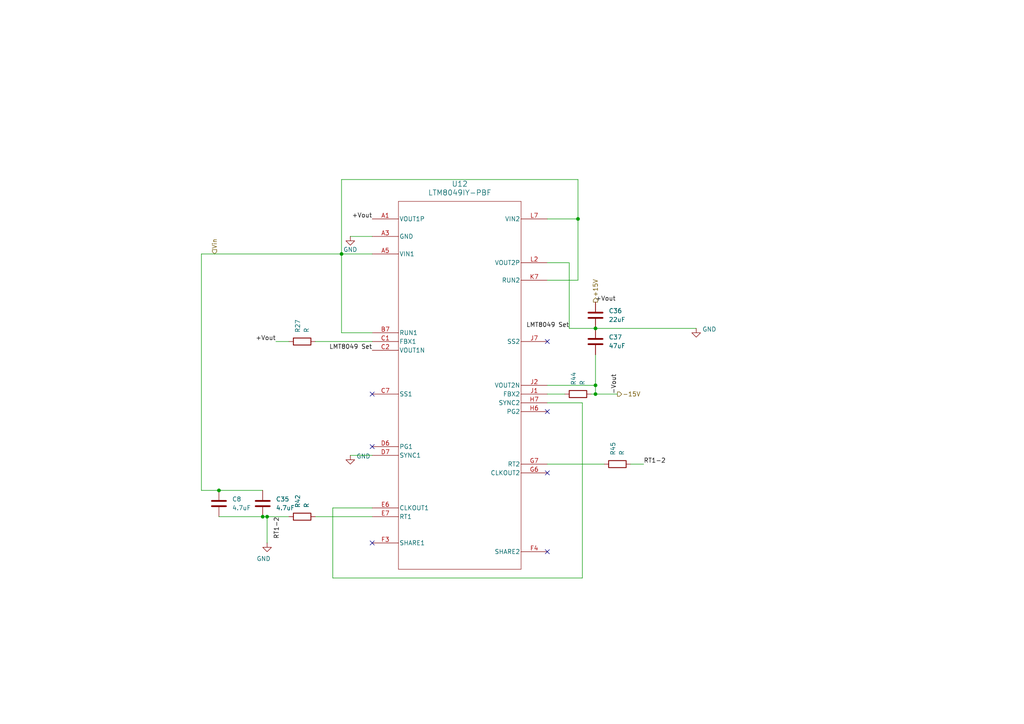
<source format=kicad_sch>
(kicad_sch
	(version 20231120)
	(generator "eeschema")
	(generator_version "8.0")
	(uuid "f60fbf71-2a86-4e83-8550-5580085ed843")
	(paper "A4")
	(lib_symbols
		(symbol "Device:C"
			(pin_numbers hide)
			(pin_names
				(offset 0.254)
			)
			(exclude_from_sim no)
			(in_bom yes)
			(on_board yes)
			(property "Reference" "C"
				(at 0.635 2.54 0)
				(effects
					(font
						(size 1.27 1.27)
					)
					(justify left)
				)
			)
			(property "Value" "C"
				(at 0.635 -2.54 0)
				(effects
					(font
						(size 1.27 1.27)
					)
					(justify left)
				)
			)
			(property "Footprint" ""
				(at 0.9652 -3.81 0)
				(effects
					(font
						(size 1.27 1.27)
					)
					(hide yes)
				)
			)
			(property "Datasheet" "~"
				(at 0 0 0)
				(effects
					(font
						(size 1.27 1.27)
					)
					(hide yes)
				)
			)
			(property "Description" "Unpolarized capacitor"
				(at 0 0 0)
				(effects
					(font
						(size 1.27 1.27)
					)
					(hide yes)
				)
			)
			(property "ki_keywords" "cap capacitor"
				(at 0 0 0)
				(effects
					(font
						(size 1.27 1.27)
					)
					(hide yes)
				)
			)
			(property "ki_fp_filters" "C_*"
				(at 0 0 0)
				(effects
					(font
						(size 1.27 1.27)
					)
					(hide yes)
				)
			)
			(symbol "C_0_1"
				(polyline
					(pts
						(xy -2.032 -0.762) (xy 2.032 -0.762)
					)
					(stroke
						(width 0.508)
						(type default)
					)
					(fill
						(type none)
					)
				)
				(polyline
					(pts
						(xy -2.032 0.762) (xy 2.032 0.762)
					)
					(stroke
						(width 0.508)
						(type default)
					)
					(fill
						(type none)
					)
				)
			)
			(symbol "C_1_1"
				(pin passive line
					(at 0 3.81 270)
					(length 2.794)
					(name "~"
						(effects
							(font
								(size 1.27 1.27)
							)
						)
					)
					(number "1"
						(effects
							(font
								(size 1.27 1.27)
							)
						)
					)
				)
				(pin passive line
					(at 0 -3.81 90)
					(length 2.794)
					(name "~"
						(effects
							(font
								(size 1.27 1.27)
							)
						)
					)
					(number "2"
						(effects
							(font
								(size 1.27 1.27)
							)
						)
					)
				)
			)
		)
		(symbol "Device:R"
			(pin_numbers hide)
			(pin_names
				(offset 0)
			)
			(exclude_from_sim no)
			(in_bom yes)
			(on_board yes)
			(property "Reference" "R"
				(at 2.032 0 90)
				(effects
					(font
						(size 1.27 1.27)
					)
				)
			)
			(property "Value" "R"
				(at 0 0 90)
				(effects
					(font
						(size 1.27 1.27)
					)
				)
			)
			(property "Footprint" ""
				(at -1.778 0 90)
				(effects
					(font
						(size 1.27 1.27)
					)
					(hide yes)
				)
			)
			(property "Datasheet" "~"
				(at 0 0 0)
				(effects
					(font
						(size 1.27 1.27)
					)
					(hide yes)
				)
			)
			(property "Description" "Resistor"
				(at 0 0 0)
				(effects
					(font
						(size 1.27 1.27)
					)
					(hide yes)
				)
			)
			(property "ki_keywords" "R res resistor"
				(at 0 0 0)
				(effects
					(font
						(size 1.27 1.27)
					)
					(hide yes)
				)
			)
			(property "ki_fp_filters" "R_*"
				(at 0 0 0)
				(effects
					(font
						(size 1.27 1.27)
					)
					(hide yes)
				)
			)
			(symbol "R_0_1"
				(rectangle
					(start -1.016 -2.54)
					(end 1.016 2.54)
					(stroke
						(width 0.254)
						(type default)
					)
					(fill
						(type none)
					)
				)
			)
			(symbol "R_1_1"
				(pin passive line
					(at 0 3.81 270)
					(length 1.27)
					(name "~"
						(effects
							(font
								(size 1.27 1.27)
							)
						)
					)
					(number "1"
						(effects
							(font
								(size 1.27 1.27)
							)
						)
					)
				)
				(pin passive line
					(at 0 -3.81 90)
					(length 1.27)
					(name "~"
						(effects
							(font
								(size 1.27 1.27)
							)
						)
					)
					(number "2"
						(effects
							(font
								(size 1.27 1.27)
							)
						)
					)
				)
			)
		)
		(symbol "LTM8049:LTM8049IY-PBF"
			(pin_names
				(offset 0.254)
			)
			(exclude_from_sim no)
			(in_bom yes)
			(on_board yes)
			(property "Reference" "U1"
				(at 25.4 10.16 0)
				(effects
					(font
						(size 1.524 1.524)
					)
				)
			)
			(property "Value" "LTM8049IY-PBF"
				(at 25.4 7.62 0)
				(effects
					(font
						(size 1.524 1.524)
					)
				)
			)
			(property "Footprint" "BGA51_15X9_ADI"
				(at -2.794 13.716 0)
				(effects
					(font
						(size 1.27 1.27)
						(italic yes)
					)
					(hide yes)
				)
			)
			(property "Datasheet" "LTM8049IY-PBF"
				(at -2.54 8.128 0)
				(effects
					(font
						(size 1.27 1.27)
						(italic yes)
					)
					(hide yes)
				)
			)
			(property "Description" ""
				(at -1.27 0 0)
				(effects
					(font
						(size 1.27 1.27)
					)
					(hide yes)
				)
			)
			(property "ki_locked" ""
				(at 0 0 0)
				(effects
					(font
						(size 1.27 1.27)
					)
				)
			)
			(property "ki_keywords" "LTM8049IY#PBF"
				(at 0 0 0)
				(effects
					(font
						(size 1.27 1.27)
					)
					(hide yes)
				)
			)
			(property "ki_fp_filters" "BGA51_15X9_ADI"
				(at 0 0 0)
				(effects
					(font
						(size 1.27 1.27)
					)
					(hide yes)
				)
			)
			(symbol "LTM8049IY-PBF_0_1"
				(polyline
					(pts
						(xy 7.62 -101.6) (xy 43.18 -101.6)
					)
					(stroke
						(width 0.127)
						(type default)
					)
					(fill
						(type none)
					)
				)
				(polyline
					(pts
						(xy 7.62 5.08) (xy 7.62 -101.6)
					)
					(stroke
						(width 0.127)
						(type default)
					)
					(fill
						(type none)
					)
				)
				(polyline
					(pts
						(xy 43.18 -101.6) (xy 43.18 5.08)
					)
					(stroke
						(width 0.127)
						(type default)
					)
					(fill
						(type none)
					)
				)
				(polyline
					(pts
						(xy 43.18 5.08) (xy 7.62 5.08)
					)
					(stroke
						(width 0.127)
						(type default)
					)
					(fill
						(type none)
					)
				)
				(pin power_in line
					(at 0 0 0)
					(length 7.62)
					(name "VOUT1P"
						(effects
							(font
								(size 1.27 1.27)
							)
						)
					)
					(number "A1"
						(effects
							(font
								(size 1.27 1.27)
							)
						)
					)
				)
				(pin passive line
					(at 0 0 0)
					(length 7.62) hide
					(name "VOUT1P"
						(effects
							(font
								(size 1.27 1.27)
							)
						)
					)
					(number "A2"
						(effects
							(font
								(size 1.27 1.27)
							)
						)
					)
				)
				(pin power_out line
					(at 0 -5.08 0)
					(length 7.62)
					(name "GND"
						(effects
							(font
								(size 1.27 1.27)
							)
						)
					)
					(number "A3"
						(effects
							(font
								(size 1.27 1.27)
							)
						)
					)
				)
				(pin passive line
					(at 0 -5.08 0)
					(length 7.62) hide
					(name "GND"
						(effects
							(font
								(size 1.27 1.27)
							)
						)
					)
					(number "A4"
						(effects
							(font
								(size 1.27 1.27)
							)
						)
					)
				)
				(pin power_in line
					(at 0 -10.16 0)
					(length 7.62)
					(name "VIN1"
						(effects
							(font
								(size 1.27 1.27)
							)
						)
					)
					(number "A5"
						(effects
							(font
								(size 1.27 1.27)
							)
						)
					)
				)
				(pin passive line
					(at 0 -10.16 0)
					(length 7.62) hide
					(name "VIN1"
						(effects
							(font
								(size 1.27 1.27)
							)
						)
					)
					(number "A6"
						(effects
							(font
								(size 1.27 1.27)
							)
						)
					)
				)
				(pin passive line
					(at 0 -10.16 0)
					(length 7.62) hide
					(name "VIN1"
						(effects
							(font
								(size 1.27 1.27)
							)
						)
					)
					(number "A7"
						(effects
							(font
								(size 1.27 1.27)
							)
						)
					)
				)
				(pin passive line
					(at 0 0 0)
					(length 7.62) hide
					(name "VOUT1P"
						(effects
							(font
								(size 1.27 1.27)
							)
						)
					)
					(number "B1"
						(effects
							(font
								(size 1.27 1.27)
							)
						)
					)
				)
				(pin passive line
					(at 0 0 0)
					(length 7.62) hide
					(name "VOUT1P"
						(effects
							(font
								(size 1.27 1.27)
							)
						)
					)
					(number "B2"
						(effects
							(font
								(size 1.27 1.27)
							)
						)
					)
				)
				(pin passive line
					(at 0 -5.08 0)
					(length 7.62) hide
					(name "GND"
						(effects
							(font
								(size 1.27 1.27)
							)
						)
					)
					(number "B3"
						(effects
							(font
								(size 1.27 1.27)
							)
						)
					)
				)
				(pin passive line
					(at 0 -5.08 0)
					(length 7.62) hide
					(name "GND"
						(effects
							(font
								(size 1.27 1.27)
							)
						)
					)
					(number "B4"
						(effects
							(font
								(size 1.27 1.27)
							)
						)
					)
				)
				(pin passive line
					(at 0 -5.08 0)
					(length 7.62) hide
					(name "GND"
						(effects
							(font
								(size 1.27 1.27)
							)
						)
					)
					(number "B5"
						(effects
							(font
								(size 1.27 1.27)
							)
						)
					)
				)
				(pin passive line
					(at 0 -5.08 0)
					(length 7.62) hide
					(name "GND"
						(effects
							(font
								(size 1.27 1.27)
							)
						)
					)
					(number "B6"
						(effects
							(font
								(size 1.27 1.27)
							)
						)
					)
				)
				(pin unspecified line
					(at 0 -33.02 0)
					(length 7.62)
					(name "RUN1"
						(effects
							(font
								(size 1.27 1.27)
							)
						)
					)
					(number "B7"
						(effects
							(font
								(size 1.27 1.27)
							)
						)
					)
				)
				(pin unspecified line
					(at 0 -35.56 0)
					(length 7.62)
					(name "FBX1"
						(effects
							(font
								(size 1.27 1.27)
							)
						)
					)
					(number "C1"
						(effects
							(font
								(size 1.27 1.27)
							)
						)
					)
				)
				(pin power_in line
					(at 0 -38.1 0)
					(length 7.62)
					(name "VOUT1N"
						(effects
							(font
								(size 1.27 1.27)
							)
						)
					)
					(number "C2"
						(effects
							(font
								(size 1.27 1.27)
							)
						)
					)
				)
				(pin passive line
					(at 0 -5.08 0)
					(length 7.62) hide
					(name "GND"
						(effects
							(font
								(size 1.27 1.27)
							)
						)
					)
					(number "C3"
						(effects
							(font
								(size 1.27 1.27)
							)
						)
					)
				)
				(pin passive line
					(at 0 -5.08 0)
					(length 7.62) hide
					(name "GND"
						(effects
							(font
								(size 1.27 1.27)
							)
						)
					)
					(number "C4"
						(effects
							(font
								(size 1.27 1.27)
							)
						)
					)
				)
				(pin passive line
					(at 0 -5.08 0)
					(length 7.62) hide
					(name "GND"
						(effects
							(font
								(size 1.27 1.27)
							)
						)
					)
					(number "C5"
						(effects
							(font
								(size 1.27 1.27)
							)
						)
					)
				)
				(pin passive line
					(at 0 -5.08 0)
					(length 7.62) hide
					(name "GND"
						(effects
							(font
								(size 1.27 1.27)
							)
						)
					)
					(number "C6"
						(effects
							(font
								(size 1.27 1.27)
							)
						)
					)
				)
				(pin unspecified line
					(at 0 -50.8 0)
					(length 7.62)
					(name "SS1"
						(effects
							(font
								(size 1.27 1.27)
							)
						)
					)
					(number "C7"
						(effects
							(font
								(size 1.27 1.27)
							)
						)
					)
				)
				(pin passive line
					(at 0 -38.1 0)
					(length 7.62) hide
					(name "VOUT1N"
						(effects
							(font
								(size 1.27 1.27)
							)
						)
					)
					(number "D1"
						(effects
							(font
								(size 1.27 1.27)
							)
						)
					)
				)
				(pin passive line
					(at 0 -38.1 0)
					(length 7.62) hide
					(name "VOUT1N"
						(effects
							(font
								(size 1.27 1.27)
							)
						)
					)
					(number "D2"
						(effects
							(font
								(size 1.27 1.27)
							)
						)
					)
				)
				(pin passive line
					(at 0 -5.08 0)
					(length 7.62) hide
					(name "GND"
						(effects
							(font
								(size 1.27 1.27)
							)
						)
					)
					(number "D3"
						(effects
							(font
								(size 1.27 1.27)
							)
						)
					)
				)
				(pin passive line
					(at 0 -5.08 0)
					(length 7.62) hide
					(name "GND"
						(effects
							(font
								(size 1.27 1.27)
							)
						)
					)
					(number "D4"
						(effects
							(font
								(size 1.27 1.27)
							)
						)
					)
				)
				(pin passive line
					(at 0 -5.08 0)
					(length 7.62) hide
					(name "GND"
						(effects
							(font
								(size 1.27 1.27)
							)
						)
					)
					(number "D5"
						(effects
							(font
								(size 1.27 1.27)
							)
						)
					)
				)
				(pin output line
					(at 0 -66.04 0)
					(length 7.62)
					(name "PG1"
						(effects
							(font
								(size 1.27 1.27)
							)
						)
					)
					(number "D6"
						(effects
							(font
								(size 1.27 1.27)
							)
						)
					)
				)
				(pin unspecified line
					(at 0 -68.58 0)
					(length 7.62)
					(name "SYNC1"
						(effects
							(font
								(size 1.27 1.27)
							)
						)
					)
					(number "D7"
						(effects
							(font
								(size 1.27 1.27)
							)
						)
					)
				)
				(pin passive line
					(at 0 -38.1 0)
					(length 7.62) hide
					(name "VOUT1N"
						(effects
							(font
								(size 1.27 1.27)
							)
						)
					)
					(number "E1"
						(effects
							(font
								(size 1.27 1.27)
							)
						)
					)
				)
				(pin passive line
					(at 0 -38.1 0)
					(length 7.62) hide
					(name "VOUT1N"
						(effects
							(font
								(size 1.27 1.27)
							)
						)
					)
					(number "E2"
						(effects
							(font
								(size 1.27 1.27)
							)
						)
					)
				)
				(pin passive line
					(at 0 -5.08 0)
					(length 7.62) hide
					(name "GND"
						(effects
							(font
								(size 1.27 1.27)
							)
						)
					)
					(number "E3"
						(effects
							(font
								(size 1.27 1.27)
							)
						)
					)
				)
				(pin passive line
					(at 0 -5.08 0)
					(length 7.62) hide
					(name "GND"
						(effects
							(font
								(size 1.27 1.27)
							)
						)
					)
					(number "E4"
						(effects
							(font
								(size 1.27 1.27)
							)
						)
					)
				)
				(pin passive line
					(at 0 -5.08 0)
					(length 7.62) hide
					(name "GND"
						(effects
							(font
								(size 1.27 1.27)
							)
						)
					)
					(number "E5"
						(effects
							(font
								(size 1.27 1.27)
							)
						)
					)
				)
				(pin output line
					(at 0 -83.82 0)
					(length 7.62)
					(name "CLKOUT1"
						(effects
							(font
								(size 1.27 1.27)
							)
						)
					)
					(number "E6"
						(effects
							(font
								(size 1.27 1.27)
							)
						)
					)
				)
				(pin unspecified line
					(at 0 -86.36 0)
					(length 7.62)
					(name "RT1"
						(effects
							(font
								(size 1.27 1.27)
							)
						)
					)
					(number "E7"
						(effects
							(font
								(size 1.27 1.27)
							)
						)
					)
				)
				(pin passive line
					(at 0 -5.08 0)
					(length 7.62) hide
					(name "GND"
						(effects
							(font
								(size 1.27 1.27)
							)
						)
					)
					(number "F1"
						(effects
							(font
								(size 1.27 1.27)
							)
						)
					)
				)
				(pin passive line
					(at 0 -5.08 0)
					(length 7.62) hide
					(name "GND"
						(effects
							(font
								(size 1.27 1.27)
							)
						)
					)
					(number "F2"
						(effects
							(font
								(size 1.27 1.27)
							)
						)
					)
				)
				(pin unspecified line
					(at 0 -93.98 0)
					(length 7.62)
					(name "SHARE1"
						(effects
							(font
								(size 1.27 1.27)
							)
						)
					)
					(number "F3"
						(effects
							(font
								(size 1.27 1.27)
							)
						)
					)
				)
				(pin unspecified line
					(at 50.8 -96.52 180)
					(length 7.62)
					(name "SHARE2"
						(effects
							(font
								(size 1.27 1.27)
							)
						)
					)
					(number "F4"
						(effects
							(font
								(size 1.27 1.27)
							)
						)
					)
				)
				(pin passive line
					(at 0 -5.08 0)
					(length 7.62) hide
					(name "GND"
						(effects
							(font
								(size 1.27 1.27)
							)
						)
					)
					(number "F5"
						(effects
							(font
								(size 1.27 1.27)
							)
						)
					)
				)
				(pin passive line
					(at 0 -5.08 0)
					(length 7.62) hide
					(name "GND"
						(effects
							(font
								(size 1.27 1.27)
							)
						)
					)
					(number "F6"
						(effects
							(font
								(size 1.27 1.27)
							)
						)
					)
				)
				(pin passive line
					(at 0 -5.08 0)
					(length 7.62) hide
					(name "GND"
						(effects
							(font
								(size 1.27 1.27)
							)
						)
					)
					(number "F7"
						(effects
							(font
								(size 1.27 1.27)
							)
						)
					)
				)
				(pin passive line
					(at 50.8 -48.26 180)
					(length 7.62) hide
					(name "VOUT2N"
						(effects
							(font
								(size 1.27 1.27)
							)
						)
					)
					(number "G1"
						(effects
							(font
								(size 1.27 1.27)
							)
						)
					)
				)
				(pin passive line
					(at 50.8 -48.26 180)
					(length 7.62) hide
					(name "VOUT2N"
						(effects
							(font
								(size 1.27 1.27)
							)
						)
					)
					(number "G2"
						(effects
							(font
								(size 1.27 1.27)
							)
						)
					)
				)
				(pin passive line
					(at 0 -5.08 0)
					(length 7.62) hide
					(name "GND"
						(effects
							(font
								(size 1.27 1.27)
							)
						)
					)
					(number "G3"
						(effects
							(font
								(size 1.27 1.27)
							)
						)
					)
				)
				(pin passive line
					(at 0 -5.08 0)
					(length 7.62) hide
					(name "GND"
						(effects
							(font
								(size 1.27 1.27)
							)
						)
					)
					(number "G4"
						(effects
							(font
								(size 1.27 1.27)
							)
						)
					)
				)
				(pin passive line
					(at 0 -5.08 0)
					(length 7.62) hide
					(name "GND"
						(effects
							(font
								(size 1.27 1.27)
							)
						)
					)
					(number "G5"
						(effects
							(font
								(size 1.27 1.27)
							)
						)
					)
				)
				(pin output line
					(at 50.8 -73.66 180)
					(length 7.62)
					(name "CLKOUT2"
						(effects
							(font
								(size 1.27 1.27)
							)
						)
					)
					(number "G6"
						(effects
							(font
								(size 1.27 1.27)
							)
						)
					)
				)
				(pin unspecified line
					(at 50.8 -71.12 180)
					(length 7.62)
					(name "RT2"
						(effects
							(font
								(size 1.27 1.27)
							)
						)
					)
					(number "G7"
						(effects
							(font
								(size 1.27 1.27)
							)
						)
					)
				)
				(pin passive line
					(at 50.8 -48.26 180)
					(length 7.62) hide
					(name "VOUT2N"
						(effects
							(font
								(size 1.27 1.27)
							)
						)
					)
					(number "H1"
						(effects
							(font
								(size 1.27 1.27)
							)
						)
					)
				)
				(pin passive line
					(at 50.8 -48.26 180)
					(length 7.62) hide
					(name "VOUT2N"
						(effects
							(font
								(size 1.27 1.27)
							)
						)
					)
					(number "H2"
						(effects
							(font
								(size 1.27 1.27)
							)
						)
					)
				)
				(pin passive line
					(at 0 -5.08 0)
					(length 7.62) hide
					(name "GND"
						(effects
							(font
								(size 1.27 1.27)
							)
						)
					)
					(number "H3"
						(effects
							(font
								(size 1.27 1.27)
							)
						)
					)
				)
				(pin passive line
					(at 0 -5.08 0)
					(length 7.62) hide
					(name "GND"
						(effects
							(font
								(size 1.27 1.27)
							)
						)
					)
					(number "H4"
						(effects
							(font
								(size 1.27 1.27)
							)
						)
					)
				)
				(pin passive line
					(at 0 -5.08 0)
					(length 7.62) hide
					(name "GND"
						(effects
							(font
								(size 1.27 1.27)
							)
						)
					)
					(number "H5"
						(effects
							(font
								(size 1.27 1.27)
							)
						)
					)
				)
				(pin output line
					(at 50.8 -55.88 180)
					(length 7.62)
					(name "PG2"
						(effects
							(font
								(size 1.27 1.27)
							)
						)
					)
					(number "H6"
						(effects
							(font
								(size 1.27 1.27)
							)
						)
					)
				)
				(pin unspecified line
					(at 50.8 -53.34 180)
					(length 7.62)
					(name "SYNC2"
						(effects
							(font
								(size 1.27 1.27)
							)
						)
					)
					(number "H7"
						(effects
							(font
								(size 1.27 1.27)
							)
						)
					)
				)
				(pin unspecified line
					(at 50.8 -50.8 180)
					(length 7.62)
					(name "FBX2"
						(effects
							(font
								(size 1.27 1.27)
							)
						)
					)
					(number "J1"
						(effects
							(font
								(size 1.27 1.27)
							)
						)
					)
				)
				(pin power_in line
					(at 50.8 -48.26 180)
					(length 7.62)
					(name "VOUT2N"
						(effects
							(font
								(size 1.27 1.27)
							)
						)
					)
					(number "J2"
						(effects
							(font
								(size 1.27 1.27)
							)
						)
					)
				)
				(pin passive line
					(at 0 -5.08 0)
					(length 7.62) hide
					(name "GND"
						(effects
							(font
								(size 1.27 1.27)
							)
						)
					)
					(number "J3"
						(effects
							(font
								(size 1.27 1.27)
							)
						)
					)
				)
				(pin passive line
					(at 0 -5.08 0)
					(length 7.62) hide
					(name "GND"
						(effects
							(font
								(size 1.27 1.27)
							)
						)
					)
					(number "J4"
						(effects
							(font
								(size 1.27 1.27)
							)
						)
					)
				)
				(pin passive line
					(at 0 -5.08 0)
					(length 7.62) hide
					(name "GND"
						(effects
							(font
								(size 1.27 1.27)
							)
						)
					)
					(number "J5"
						(effects
							(font
								(size 1.27 1.27)
							)
						)
					)
				)
				(pin passive line
					(at 0 -5.08 0)
					(length 7.62) hide
					(name "GND"
						(effects
							(font
								(size 1.27 1.27)
							)
						)
					)
					(number "J6"
						(effects
							(font
								(size 1.27 1.27)
							)
						)
					)
				)
				(pin unspecified line
					(at 50.8 -35.56 180)
					(length 7.62)
					(name "SS2"
						(effects
							(font
								(size 1.27 1.27)
							)
						)
					)
					(number "J7"
						(effects
							(font
								(size 1.27 1.27)
							)
						)
					)
				)
				(pin passive line
					(at 50.8 -12.7 180)
					(length 7.62) hide
					(name "VOUT2P"
						(effects
							(font
								(size 1.27 1.27)
							)
						)
					)
					(number "K1"
						(effects
							(font
								(size 1.27 1.27)
							)
						)
					)
				)
				(pin passive line
					(at 50.8 -12.7 180)
					(length 7.62) hide
					(name "VOUT2P"
						(effects
							(font
								(size 1.27 1.27)
							)
						)
					)
					(number "K2"
						(effects
							(font
								(size 1.27 1.27)
							)
						)
					)
				)
				(pin passive line
					(at 0 -5.08 0)
					(length 7.62) hide
					(name "GND"
						(effects
							(font
								(size 1.27 1.27)
							)
						)
					)
					(number "K3"
						(effects
							(font
								(size 1.27 1.27)
							)
						)
					)
				)
				(pin passive line
					(at 0 -5.08 0)
					(length 7.62) hide
					(name "GND"
						(effects
							(font
								(size 1.27 1.27)
							)
						)
					)
					(number "K4"
						(effects
							(font
								(size 1.27 1.27)
							)
						)
					)
				)
				(pin passive line
					(at 0 -5.08 0)
					(length 7.62) hide
					(name "GND"
						(effects
							(font
								(size 1.27 1.27)
							)
						)
					)
					(number "K5"
						(effects
							(font
								(size 1.27 1.27)
							)
						)
					)
				)
				(pin passive line
					(at 0 -5.08 0)
					(length 7.62) hide
					(name "GND"
						(effects
							(font
								(size 1.27 1.27)
							)
						)
					)
					(number "K6"
						(effects
							(font
								(size 1.27 1.27)
							)
						)
					)
				)
				(pin unspecified line
					(at 50.8 -17.78 180)
					(length 7.62)
					(name "RUN2"
						(effects
							(font
								(size 1.27 1.27)
							)
						)
					)
					(number "K7"
						(effects
							(font
								(size 1.27 1.27)
							)
						)
					)
				)
				(pin passive line
					(at 50.8 -12.7 180)
					(length 7.62) hide
					(name "VOUT2P"
						(effects
							(font
								(size 1.27 1.27)
							)
						)
					)
					(number "L1"
						(effects
							(font
								(size 1.27 1.27)
							)
						)
					)
				)
				(pin power_in line
					(at 50.8 -12.7 180)
					(length 7.62)
					(name "VOUT2P"
						(effects
							(font
								(size 1.27 1.27)
							)
						)
					)
					(number "L2"
						(effects
							(font
								(size 1.27 1.27)
							)
						)
					)
				)
				(pin passive line
					(at 0 -5.08 0)
					(length 7.62) hide
					(name "GND"
						(effects
							(font
								(size 1.27 1.27)
							)
						)
					)
					(number "L3"
						(effects
							(font
								(size 1.27 1.27)
							)
						)
					)
				)
				(pin passive line
					(at 0 -5.08 0)
					(length 7.62) hide
					(name "GND"
						(effects
							(font
								(size 1.27 1.27)
							)
						)
					)
					(number "L4"
						(effects
							(font
								(size 1.27 1.27)
							)
						)
					)
				)
				(pin passive line
					(at 50.8 0 180)
					(length 7.62) hide
					(name "VIN2"
						(effects
							(font
								(size 1.27 1.27)
							)
						)
					)
					(number "L5"
						(effects
							(font
								(size 1.27 1.27)
							)
						)
					)
				)
				(pin passive line
					(at 50.8 0 180)
					(length 7.62) hide
					(name "VIN2"
						(effects
							(font
								(size 1.27 1.27)
							)
						)
					)
					(number "L6"
						(effects
							(font
								(size 1.27 1.27)
							)
						)
					)
				)
				(pin power_in line
					(at 50.8 0 180)
					(length 7.62)
					(name "VIN2"
						(effects
							(font
								(size 1.27 1.27)
							)
						)
					)
					(number "L7"
						(effects
							(font
								(size 1.27 1.27)
							)
						)
					)
				)
			)
		)
		(symbol "power:GND"
			(power)
			(pin_numbers hide)
			(pin_names
				(offset 0) hide)
			(exclude_from_sim no)
			(in_bom yes)
			(on_board yes)
			(property "Reference" "#PWR"
				(at 0 -6.35 0)
				(effects
					(font
						(size 1.27 1.27)
					)
					(hide yes)
				)
			)
			(property "Value" "GND"
				(at 0 -3.81 0)
				(effects
					(font
						(size 1.27 1.27)
					)
				)
			)
			(property "Footprint" ""
				(at 0 0 0)
				(effects
					(font
						(size 1.27 1.27)
					)
					(hide yes)
				)
			)
			(property "Datasheet" ""
				(at 0 0 0)
				(effects
					(font
						(size 1.27 1.27)
					)
					(hide yes)
				)
			)
			(property "Description" "Power symbol creates a global label with name \"GND\" , ground"
				(at 0 0 0)
				(effects
					(font
						(size 1.27 1.27)
					)
					(hide yes)
				)
			)
			(property "ki_keywords" "global power"
				(at 0 0 0)
				(effects
					(font
						(size 1.27 1.27)
					)
					(hide yes)
				)
			)
			(symbol "GND_0_1"
				(polyline
					(pts
						(xy 0 0) (xy 0 -1.27) (xy 1.27 -1.27) (xy 0 -2.54) (xy -1.27 -1.27) (xy 0 -1.27)
					)
					(stroke
						(width 0)
						(type default)
					)
					(fill
						(type none)
					)
				)
			)
			(symbol "GND_1_1"
				(pin power_in line
					(at 0 0 270)
					(length 0)
					(name "~"
						(effects
							(font
								(size 1.27 1.27)
							)
						)
					)
					(number "1"
						(effects
							(font
								(size 1.27 1.27)
							)
						)
					)
				)
			)
		)
	)
	(junction
		(at 172.72 95.25)
		(diameter 0)
		(color 0 0 0 0)
		(uuid "65d275cd-9b28-4866-b2dc-2a0b32b50d01")
	)
	(junction
		(at 172.72 114.3)
		(diameter 0)
		(color 0 0 0 0)
		(uuid "7674c27b-4d42-44ef-87d5-6f4e33a80881")
	)
	(junction
		(at 167.64 63.5)
		(diameter 0)
		(color 0 0 0 0)
		(uuid "9aff9bd8-175e-43d2-918d-4d36c7b5563e")
	)
	(junction
		(at 63.5 142.24)
		(diameter 0)
		(color 0 0 0 0)
		(uuid "a7af156d-173e-4c74-9008-a68c89217030")
	)
	(junction
		(at 77.47 149.86)
		(diameter 0)
		(color 0 0 0 0)
		(uuid "a9e534ee-2218-45e8-a8c0-d33e3be6f4d7")
	)
	(junction
		(at 76.2 149.86)
		(diameter 0)
		(color 0 0 0 0)
		(uuid "aa7616a9-3d95-4ce0-ac8b-939f58c3496e")
	)
	(junction
		(at 99.06 73.66)
		(diameter 0)
		(color 0 0 0 0)
		(uuid "d3769534-ea3f-442c-8d14-2a65e91557fa")
	)
	(junction
		(at 172.72 111.76)
		(diameter 0)
		(color 0 0 0 0)
		(uuid "f4883a1c-205e-4770-be6d-3a35dd064a5b")
	)
	(no_connect
		(at 158.75 119.38)
		(uuid "14f53d7b-ba95-4ddd-96a2-aa30f40e01d5")
	)
	(no_connect
		(at 158.75 99.06)
		(uuid "26de7976-6552-495f-bd2c-d7e280476e1e")
	)
	(no_connect
		(at 107.95 157.48)
		(uuid "4306afbe-a343-4dc7-9c18-4c13054d6891")
	)
	(no_connect
		(at 158.75 137.16)
		(uuid "89a2833c-eadc-41cc-969a-cd705d7f1d48")
	)
	(no_connect
		(at 107.95 114.3)
		(uuid "b340b4e0-4f70-434a-96d0-b288950f19ac")
	)
	(no_connect
		(at 158.75 160.02)
		(uuid "e77223d6-fb6b-4551-a27a-58f9bbbe1c2f")
	)
	(no_connect
		(at 107.95 129.54)
		(uuid "eabeee2e-20d1-413a-b96f-4d930ea93565")
	)
	(wire
		(pts
			(xy 91.44 149.86) (xy 107.95 149.86)
		)
		(stroke
			(width 0)
			(type default)
		)
		(uuid "02aa7eaa-725e-4794-bd41-308055fdc2dc")
	)
	(wire
		(pts
			(xy 158.75 76.2) (xy 165.1 76.2)
		)
		(stroke
			(width 0)
			(type default)
		)
		(uuid "042e0a51-cfdc-4e9c-ac51-aabc76970ce6")
	)
	(wire
		(pts
			(xy 99.06 73.66) (xy 107.95 73.66)
		)
		(stroke
			(width 0)
			(type default)
		)
		(uuid "074707d7-13b8-49c9-830e-f56e596260ac")
	)
	(wire
		(pts
			(xy 172.72 102.87) (xy 172.72 111.76)
		)
		(stroke
			(width 0)
			(type default)
		)
		(uuid "08e9be9d-a5ed-4834-84c5-c9e95b2c20fc")
	)
	(wire
		(pts
			(xy 168.91 167.64) (xy 168.91 116.84)
		)
		(stroke
			(width 0)
			(type default)
		)
		(uuid "0a0b6be2-1078-451e-b442-d2913327cfac")
	)
	(wire
		(pts
			(xy 158.75 63.5) (xy 167.64 63.5)
		)
		(stroke
			(width 0)
			(type default)
		)
		(uuid "0be9b6e9-dc6b-434b-9c0b-59df3401591d")
	)
	(wire
		(pts
			(xy 101.6 68.58) (xy 107.95 68.58)
		)
		(stroke
			(width 0)
			(type default)
		)
		(uuid "18638ad2-f91b-4ea9-adaa-2927f061adad")
	)
	(wire
		(pts
			(xy 96.52 147.32) (xy 96.52 167.64)
		)
		(stroke
			(width 0)
			(type default)
		)
		(uuid "19f813c5-ae2a-465f-9a8f-1cd6032402b8")
	)
	(wire
		(pts
			(xy 158.75 114.3) (xy 163.83 114.3)
		)
		(stroke
			(width 0)
			(type default)
		)
		(uuid "1f7fba88-3b4c-4d1f-921a-62335e662223")
	)
	(wire
		(pts
			(xy 63.5 142.24) (xy 76.2 142.24)
		)
		(stroke
			(width 0)
			(type default)
		)
		(uuid "2770c823-5695-474d-921a-bf2d8856163c")
	)
	(wire
		(pts
			(xy 107.95 96.52) (xy 99.06 96.52)
		)
		(stroke
			(width 0)
			(type default)
		)
		(uuid "2b3aba5c-88f4-4e33-a560-565f019d54a0")
	)
	(wire
		(pts
			(xy 165.1 76.2) (xy 165.1 95.25)
		)
		(stroke
			(width 0)
			(type default)
		)
		(uuid "2fccdf4f-3c70-4489-bb18-65f496a9fc70")
	)
	(wire
		(pts
			(xy 158.75 134.62) (xy 175.26 134.62)
		)
		(stroke
			(width 0)
			(type default)
		)
		(uuid "468b106f-88cc-43f2-9ca5-be346d656c5d")
	)
	(wire
		(pts
			(xy 165.1 95.25) (xy 172.72 95.25)
		)
		(stroke
			(width 0)
			(type default)
		)
		(uuid "5078ee83-9971-4b09-888c-302c5904523c")
	)
	(wire
		(pts
			(xy 182.88 134.62) (xy 186.69 134.62)
		)
		(stroke
			(width 0)
			(type default)
		)
		(uuid "526b03a0-53cc-472c-97af-80e78545cc9d")
	)
	(wire
		(pts
			(xy 171.45 114.3) (xy 172.72 114.3)
		)
		(stroke
			(width 0)
			(type default)
		)
		(uuid "52cf9d44-1afa-4ce9-b658-eeaa2aec0bba")
	)
	(wire
		(pts
			(xy 76.2 149.86) (xy 77.47 149.86)
		)
		(stroke
			(width 0)
			(type default)
		)
		(uuid "5555f506-8796-4257-9bd2-86ca30b92f96")
	)
	(wire
		(pts
			(xy 77.47 149.86) (xy 83.82 149.86)
		)
		(stroke
			(width 0)
			(type default)
		)
		(uuid "573ebd85-d0d3-404c-8a1d-902c6acc68f6")
	)
	(wire
		(pts
			(xy 91.44 99.06) (xy 107.95 99.06)
		)
		(stroke
			(width 0)
			(type default)
		)
		(uuid "5ce9e578-3236-4be9-be7f-3034fb9f6042")
	)
	(wire
		(pts
			(xy 172.72 111.76) (xy 172.72 114.3)
		)
		(stroke
			(width 0)
			(type default)
		)
		(uuid "5d7b2df4-f22e-43b8-bbc5-a882ed99a804")
	)
	(wire
		(pts
			(xy 96.52 167.64) (xy 168.91 167.64)
		)
		(stroke
			(width 0)
			(type default)
		)
		(uuid "63679b05-fdc8-4b6a-bd6e-42ae2ae3b1d2")
	)
	(wire
		(pts
			(xy 77.47 157.48) (xy 77.47 149.86)
		)
		(stroke
			(width 0)
			(type default)
		)
		(uuid "67019010-26b4-44e2-b0db-5b3698401f2c")
	)
	(wire
		(pts
			(xy 99.06 96.52) (xy 99.06 73.66)
		)
		(stroke
			(width 0)
			(type default)
		)
		(uuid "76863c92-472c-4200-b2dd-4f8a19755da4")
	)
	(wire
		(pts
			(xy 167.64 81.28) (xy 158.75 81.28)
		)
		(stroke
			(width 0)
			(type default)
		)
		(uuid "805c878e-becc-446b-b856-c99115f58d83")
	)
	(wire
		(pts
			(xy 58.42 142.24) (xy 58.42 73.66)
		)
		(stroke
			(width 0)
			(type default)
		)
		(uuid "8105347a-f408-4a6b-95af-9841d093ef56")
	)
	(wire
		(pts
			(xy 158.75 111.76) (xy 172.72 111.76)
		)
		(stroke
			(width 0)
			(type default)
		)
		(uuid "b1579885-65c1-4a36-a029-fc8d6982ae81")
	)
	(wire
		(pts
			(xy 172.72 95.25) (xy 201.93 95.25)
		)
		(stroke
			(width 0)
			(type default)
		)
		(uuid "b2e9ec83-b7d1-4cc3-a1f5-f4ee5dcf4d1c")
	)
	(wire
		(pts
			(xy 167.64 52.07) (xy 167.64 63.5)
		)
		(stroke
			(width 0)
			(type default)
		)
		(uuid "b7485138-1e81-409d-89d6-0a4fabcd7e46")
	)
	(wire
		(pts
			(xy 172.72 114.3) (xy 179.07 114.3)
		)
		(stroke
			(width 0)
			(type default)
		)
		(uuid "b8eb6dc0-2bfa-484c-a049-d53fad2e76c6")
	)
	(wire
		(pts
			(xy 63.5 149.86) (xy 76.2 149.86)
		)
		(stroke
			(width 0)
			(type default)
		)
		(uuid "c029373d-65a5-4ac7-91b0-49ed63ac8c1e")
	)
	(wire
		(pts
			(xy 58.42 73.66) (xy 99.06 73.66)
		)
		(stroke
			(width 0)
			(type default)
		)
		(uuid "c03ce5bb-41a1-425d-ba9a-872c42403f1a")
	)
	(wire
		(pts
			(xy 168.91 116.84) (xy 158.75 116.84)
		)
		(stroke
			(width 0)
			(type default)
		)
		(uuid "c40e4514-14db-4d2c-a93b-d9f4704ebda1")
	)
	(wire
		(pts
			(xy 101.6 132.08) (xy 107.95 132.08)
		)
		(stroke
			(width 0)
			(type default)
		)
		(uuid "c92ee62b-9be2-4c50-a9ca-5d2076c54bf0")
	)
	(wire
		(pts
			(xy 167.64 63.5) (xy 167.64 81.28)
		)
		(stroke
			(width 0)
			(type default)
		)
		(uuid "d309cfd3-dd45-4c50-b541-752b00e7c7f7")
	)
	(wire
		(pts
			(xy 99.06 52.07) (xy 99.06 73.66)
		)
		(stroke
			(width 0)
			(type default)
		)
		(uuid "d814766b-2950-4738-b6b3-d37c7af1b497")
	)
	(wire
		(pts
			(xy 107.95 147.32) (xy 96.52 147.32)
		)
		(stroke
			(width 0)
			(type default)
		)
		(uuid "e14c921d-380a-4490-8d9c-ec9b47849300")
	)
	(wire
		(pts
			(xy 80.01 99.06) (xy 83.82 99.06)
		)
		(stroke
			(width 0)
			(type default)
		)
		(uuid "ea835755-aaf1-4798-ad3a-bcb87f3c273c")
	)
	(wire
		(pts
			(xy 99.06 52.07) (xy 167.64 52.07)
		)
		(stroke
			(width 0)
			(type default)
		)
		(uuid "f20032da-7813-4bcd-acf9-e7c7fa0d786d")
	)
	(wire
		(pts
			(xy 58.42 142.24) (xy 63.5 142.24)
		)
		(stroke
			(width 0)
			(type default)
		)
		(uuid "f2580a84-51cb-4203-80fe-59b58f5579fe")
	)
	(label "+Vout"
		(at 172.72 87.63 0)
		(fields_autoplaced yes)
		(effects
			(font
				(size 1.27 1.27)
			)
			(justify left bottom)
		)
		(uuid "1cb2d704-e547-475f-b379-16a13134c165")
	)
	(label "LMT8049 Set"
		(at 165.1 95.25 180)
		(fields_autoplaced yes)
		(effects
			(font
				(size 1.27 1.27)
			)
			(justify right bottom)
		)
		(uuid "3f21398a-f8ad-4db5-86cf-c6173d2901a4")
	)
	(label "LMT8049 Set"
		(at 107.95 101.6 180)
		(fields_autoplaced yes)
		(effects
			(font
				(size 1.27 1.27)
			)
			(justify right bottom)
		)
		(uuid "424b1259-696a-4f36-8b18-874dce2a17ff")
	)
	(label "RT1-2"
		(at 81.28 149.86 270)
		(fields_autoplaced yes)
		(effects
			(font
				(size 1.27 1.27)
			)
			(justify right bottom)
		)
		(uuid "662b9dd7-d751-45b5-85e2-da6bf068a5d3")
	)
	(label "-Vout"
		(at 179.07 114.3 90)
		(fields_autoplaced yes)
		(effects
			(font
				(size 1.27 1.27)
			)
			(justify left bottom)
		)
		(uuid "822f6c14-5712-4b35-98f5-e1b03e2f8e8b")
	)
	(label "+Vout"
		(at 80.01 99.06 180)
		(fields_autoplaced yes)
		(effects
			(font
				(size 1.27 1.27)
			)
			(justify right bottom)
		)
		(uuid "8f6b9129-f703-4663-be2f-102f1bfb12d9")
	)
	(label "RT1-2"
		(at 186.69 134.62 0)
		(fields_autoplaced yes)
		(effects
			(font
				(size 1.27 1.27)
			)
			(justify left bottom)
		)
		(uuid "930bb5c4-1b69-4eba-8be2-c079f677f7ac")
	)
	(label "+Vout"
		(at 107.95 63.5 180)
		(fields_autoplaced yes)
		(effects
			(font
				(size 1.27 1.27)
			)
			(justify right bottom)
		)
		(uuid "f9c780c3-b8d6-49aa-966f-f1005c3fa985")
	)
	(hierarchical_label "Vin"
		(shape input)
		(at 62.23 73.66 90)
		(fields_autoplaced yes)
		(effects
			(font
				(size 1.27 1.27)
			)
			(justify left)
		)
		(uuid "174f49d3-895c-4ae5-b09e-ec3db11a95e7")
	)
	(hierarchical_label "+15V"
		(shape output)
		(at 172.72 87.63 90)
		(fields_autoplaced yes)
		(effects
			(font
				(size 1.27 1.27)
			)
			(justify left)
		)
		(uuid "2c4568b1-fb2d-4b20-af5d-ccafd7ce5cdf")
	)
	(hierarchical_label "-15V"
		(shape output)
		(at 179.07 114.3 0)
		(fields_autoplaced yes)
		(effects
			(font
				(size 1.27 1.27)
			)
			(justify left)
		)
		(uuid "44a4b480-5475-4f2b-b7e0-aeb7a6627a8c")
	)
	(symbol
		(lib_id "Device:R")
		(at 179.07 134.62 90)
		(unit 1)
		(exclude_from_sim no)
		(in_bom yes)
		(on_board yes)
		(dnp no)
		(uuid "20f6579b-f256-4875-968d-ea5f7a60140b")
		(property "Reference" "R45"
			(at 177.7999 132.08 0)
			(effects
				(font
					(size 1.27 1.27)
				)
				(justify left)
			)
		)
		(property "Value" "R"
			(at 180.3399 132.08 0)
			(effects
				(font
					(size 1.27 1.27)
				)
				(justify left)
			)
		)
		(property "Footprint" "Resistor_SMD:R_0603_1608Metric_Pad0.98x0.95mm_HandSolder"
			(at 179.07 136.398 90)
			(effects
				(font
					(size 1.27 1.27)
				)
				(hide yes)
			)
		)
		(property "Datasheet" "~"
			(at 179.07 134.62 0)
			(effects
				(font
					(size 1.27 1.27)
				)
				(hide yes)
			)
		)
		(property "Description" "Resistor"
			(at 179.07 134.62 0)
			(effects
				(font
					(size 1.27 1.27)
				)
				(hide yes)
			)
		)
		(pin "1"
			(uuid "ee5da182-0a17-47ee-950e-b8b362e3db00")
		)
		(pin "2"
			(uuid "90ea9e8e-24c3-4db1-a0d0-18d80b3fec69")
		)
		(instances
			(project "Transmitter loadsharing"
				(path "/4dee756a-58e7-4e26-8fbe-661c6c218f1e/908dc0e7-50e8-4c3a-bff5-fca987c79bc3"
					(reference "R45")
					(unit 1)
				)
			)
		)
	)
	(symbol
		(lib_id "power:GND")
		(at 101.6 132.08 0)
		(unit 1)
		(exclude_from_sim no)
		(in_bom yes)
		(on_board yes)
		(dnp no)
		(uuid "2d61f591-8f53-47ca-8287-b24b3f442ad8")
		(property "Reference" "#PWR080"
			(at 101.6 138.43 0)
			(effects
				(font
					(size 1.27 1.27)
				)
				(hide yes)
			)
		)
		(property "Value" "GND"
			(at 105.41 132.334 0)
			(effects
				(font
					(size 1.27 1.27)
				)
			)
		)
		(property "Footprint" ""
			(at 101.6 132.08 0)
			(effects
				(font
					(size 1.27 1.27)
				)
				(hide yes)
			)
		)
		(property "Datasheet" ""
			(at 101.6 132.08 0)
			(effects
				(font
					(size 1.27 1.27)
				)
				(hide yes)
			)
		)
		(property "Description" "Power symbol creates a global label with name \"GND\" , ground"
			(at 101.6 132.08 0)
			(effects
				(font
					(size 1.27 1.27)
				)
				(hide yes)
			)
		)
		(pin "1"
			(uuid "c0d26ea9-de0a-426a-b90c-a1d2fac5a48d")
		)
		(instances
			(project "Transmitter loadsharing"
				(path "/4dee756a-58e7-4e26-8fbe-661c6c218f1e/908dc0e7-50e8-4c3a-bff5-fca987c79bc3"
					(reference "#PWR080")
					(unit 1)
				)
			)
		)
	)
	(symbol
		(lib_id "Device:R")
		(at 87.63 149.86 90)
		(unit 1)
		(exclude_from_sim no)
		(in_bom yes)
		(on_board yes)
		(dnp no)
		(uuid "3ddf37d3-6b20-4afe-bd5a-5c1d73274b3d")
		(property "Reference" "R42"
			(at 86.3599 147.32 0)
			(effects
				(font
					(size 1.27 1.27)
				)
				(justify left)
			)
		)
		(property "Value" "R"
			(at 88.8999 147.32 0)
			(effects
				(font
					(size 1.27 1.27)
				)
				(justify left)
			)
		)
		(property "Footprint" "Resistor_SMD:R_0603_1608Metric_Pad0.98x0.95mm_HandSolder"
			(at 87.63 151.638 90)
			(effects
				(font
					(size 1.27 1.27)
				)
				(hide yes)
			)
		)
		(property "Datasheet" "~"
			(at 87.63 149.86 0)
			(effects
				(font
					(size 1.27 1.27)
				)
				(hide yes)
			)
		)
		(property "Description" "Resistor"
			(at 87.63 149.86 0)
			(effects
				(font
					(size 1.27 1.27)
				)
				(hide yes)
			)
		)
		(pin "1"
			(uuid "773a36a6-5673-4953-adc8-acae23d4fb95")
		)
		(pin "2"
			(uuid "fe16a0c3-71eb-4328-873b-9cebc3e43e5a")
		)
		(instances
			(project "Transmitter loadsharing"
				(path "/4dee756a-58e7-4e26-8fbe-661c6c218f1e/908dc0e7-50e8-4c3a-bff5-fca987c79bc3"
					(reference "R42")
					(unit 1)
				)
			)
		)
	)
	(symbol
		(lib_id "Device:R")
		(at 167.64 114.3 90)
		(unit 1)
		(exclude_from_sim no)
		(in_bom yes)
		(on_board yes)
		(dnp no)
		(uuid "5a1d0d59-80e9-473e-bc1d-1f78c4e73b6a")
		(property "Reference" "R44"
			(at 166.3699 111.76 0)
			(effects
				(font
					(size 1.27 1.27)
				)
				(justify left)
			)
		)
		(property "Value" "R"
			(at 168.9099 111.76 0)
			(effects
				(font
					(size 1.27 1.27)
				)
				(justify left)
			)
		)
		(property "Footprint" "Resistor_SMD:R_0603_1608Metric_Pad0.98x0.95mm_HandSolder"
			(at 167.64 116.078 90)
			(effects
				(font
					(size 1.27 1.27)
				)
				(hide yes)
			)
		)
		(property "Datasheet" "~"
			(at 167.64 114.3 0)
			(effects
				(font
					(size 1.27 1.27)
				)
				(hide yes)
			)
		)
		(property "Description" "Resistor"
			(at 167.64 114.3 0)
			(effects
				(font
					(size 1.27 1.27)
				)
				(hide yes)
			)
		)
		(pin "1"
			(uuid "4371f0ae-137d-4e4a-8893-1d19a07278a3")
		)
		(pin "2"
			(uuid "75b20cef-aecd-49f6-b136-91aacb8d7463")
		)
		(instances
			(project "Transmitter loadsharing"
				(path "/4dee756a-58e7-4e26-8fbe-661c6c218f1e/908dc0e7-50e8-4c3a-bff5-fca987c79bc3"
					(reference "R44")
					(unit 1)
				)
			)
		)
	)
	(symbol
		(lib_id "Device:C")
		(at 172.72 91.44 180)
		(unit 1)
		(exclude_from_sim no)
		(in_bom yes)
		(on_board yes)
		(dnp no)
		(fields_autoplaced yes)
		(uuid "6e417fec-ab5b-4571-aa5b-038779ca2e67")
		(property "Reference" "C36"
			(at 176.53 90.1699 0)
			(effects
				(font
					(size 1.27 1.27)
				)
				(justify right)
			)
		)
		(property "Value" "22uF"
			(at 176.53 92.7099 0)
			(effects
				(font
					(size 1.27 1.27)
				)
				(justify right)
			)
		)
		(property "Footprint" "Capacitor_SMD:C_0603_1608Metric_Pad1.08x0.95mm_HandSolder"
			(at 171.7548 87.63 0)
			(effects
				(font
					(size 1.27 1.27)
				)
				(hide yes)
			)
		)
		(property "Datasheet" "~"
			(at 172.72 91.44 0)
			(effects
				(font
					(size 1.27 1.27)
				)
				(hide yes)
			)
		)
		(property "Description" "Unpolarized capacitor"
			(at 172.72 91.44 0)
			(effects
				(font
					(size 1.27 1.27)
				)
				(hide yes)
			)
		)
		(pin "1"
			(uuid "e019a349-be1b-4d25-a99e-0c505e739892")
		)
		(pin "2"
			(uuid "27980704-a897-429c-aff2-c7792a824d35")
		)
		(instances
			(project "Transmitter loadsharing"
				(path "/4dee756a-58e7-4e26-8fbe-661c6c218f1e/908dc0e7-50e8-4c3a-bff5-fca987c79bc3"
					(reference "C36")
					(unit 1)
				)
			)
		)
	)
	(symbol
		(lib_id "LTM8049:LTM8049IY-PBF")
		(at 107.95 63.5 0)
		(unit 1)
		(exclude_from_sim no)
		(in_bom yes)
		(on_board yes)
		(dnp no)
		(fields_autoplaced yes)
		(uuid "745773a0-a85c-41db-9d6d-6325d2b0ea7d")
		(property "Reference" "U12"
			(at 133.35 53.34 0)
			(effects
				(font
					(size 1.524 1.524)
				)
			)
		)
		(property "Value" "LTM8049IY-PBF"
			(at 133.35 55.88 0)
			(effects
				(font
					(size 1.524 1.524)
				)
			)
		)
		(property "Footprint" "LTM8049:BGA51_15X9_ADI"
			(at 105.156 49.784 0)
			(effects
				(font
					(size 1.27 1.27)
					(italic yes)
				)
				(hide yes)
			)
		)
		(property "Datasheet" "LTM8049IY-PBF"
			(at 105.41 55.372 0)
			(effects
				(font
					(size 1.27 1.27)
					(italic yes)
				)
				(hide yes)
			)
		)
		(property "Description" ""
			(at 106.68 63.5 0)
			(effects
				(font
					(size 1.27 1.27)
				)
				(hide yes)
			)
		)
		(pin "D7"
			(uuid "46786172-fbbd-4187-a690-14b82a51d982")
		)
		(pin "E2"
			(uuid "dabd3f6e-a0ee-44f2-acb4-9b9920fe3c70")
		)
		(pin "F2"
			(uuid "3f4cb859-afc8-4b3b-9af9-7fa62207929c")
		)
		(pin "D5"
			(uuid "7223a6db-b16c-4a66-9513-8094bde1f685")
		)
		(pin "B1"
			(uuid "6d14762a-369b-468b-bfe0-c79f71422029")
		)
		(pin "E1"
			(uuid "7221481b-27fb-4ec1-8953-11e29e38edbe")
		)
		(pin "E3"
			(uuid "05b0f696-f4d6-479f-a2a3-f11e05d33173")
		)
		(pin "A3"
			(uuid "17501d0f-4b11-4b7c-a920-721ea77e1759")
		)
		(pin "D1"
			(uuid "ca0c71a7-8dec-43f7-acaa-e3ec67ff2116")
		)
		(pin "F4"
			(uuid "3cbfb767-e2ca-491d-bf20-25dc937ab9b0")
		)
		(pin "F7"
			(uuid "da747bcf-a61f-49dd-a919-a8db52e90c17")
		)
		(pin "G2"
			(uuid "91d1a81d-1b13-4d28-9f59-cab557ccff96")
		)
		(pin "B2"
			(uuid "9bc20b24-4cba-4744-aa2d-89f06856d6c0")
		)
		(pin "G3"
			(uuid "0e92a4da-c8f1-4929-995f-aae231ef51c2")
		)
		(pin "G5"
			(uuid "64106f65-c3b6-4585-9058-a90da5d792b8")
		)
		(pin "C4"
			(uuid "f109b750-42e0-4cc9-b379-df0ba1d4a467")
		)
		(pin "G6"
			(uuid "89349510-3712-412d-ad9f-2e08d000b0c2")
		)
		(pin "B3"
			(uuid "5c28ba49-604c-4f5b-b443-66d7a44399a4")
		)
		(pin "G1"
			(uuid "e2531bde-11e3-42ff-811c-456c8f1612bf")
		)
		(pin "G7"
			(uuid "86358693-2851-4c74-9fa0-aa44f38b5108")
		)
		(pin "A7"
			(uuid "e7e49c64-e5c5-4b6f-8797-2277426e8b38")
		)
		(pin "A4"
			(uuid "3624a858-8a3d-4d1c-8fe4-f6695dac5511")
		)
		(pin "C5"
			(uuid "a1eee1cb-5ab3-4f03-8774-a7e71a672934")
		)
		(pin "B7"
			(uuid "fb7d431b-8632-49e5-8744-9629a77f5956")
		)
		(pin "D2"
			(uuid "1b6aad8f-3cbe-469f-b33f-9f312ba06fe4")
		)
		(pin "A5"
			(uuid "ed724100-ab24-43f0-8514-00e2b4289d7b")
		)
		(pin "E6"
			(uuid "9aca0a7c-56c0-4e83-a18b-5c07ec47b3b5")
		)
		(pin "F6"
			(uuid "30d7a21f-02a7-481d-acca-fe9f89fb0bf3")
		)
		(pin "D3"
			(uuid "ec7686b6-9126-4a15-a9f9-60113a62a5c1")
		)
		(pin "A6"
			(uuid "9f128649-5803-400e-a6a4-9aead14d8b12")
		)
		(pin "C1"
			(uuid "cbe23901-68b1-4f97-b039-dc504bf66fad")
		)
		(pin "D4"
			(uuid "949784e4-b79a-4e5c-aa73-bdc22c5ee6b7")
		)
		(pin "B5"
			(uuid "02100957-818a-4603-ada2-925d47dcdc31")
		)
		(pin "E5"
			(uuid "213af329-1181-4e26-8247-aeb81809cf7e")
		)
		(pin "F1"
			(uuid "9ea692aa-e76d-40ce-84f3-0e081c9da6ba")
		)
		(pin "G4"
			(uuid "50c16dc5-3f24-4323-ba68-a56b114689bd")
		)
		(pin "H1"
			(uuid "c25ef202-5902-4751-8998-0a92041a2541")
		)
		(pin "H2"
			(uuid "889c5e1a-b850-47fc-b1ad-12cf6d3fad4d")
		)
		(pin "C3"
			(uuid "2cbf3dbe-6ae7-4c98-bde6-1a228d3d0e9e")
		)
		(pin "A2"
			(uuid "4b019b4c-4730-4188-bf8e-520b60cbc1a9")
		)
		(pin "H3"
			(uuid "ebdd95d3-48f9-47cc-a37c-ad1b4fca3052")
		)
		(pin "H4"
			(uuid "b142607f-7b23-4aa3-9df0-9c4f21b817e8")
		)
		(pin "H6"
			(uuid "83d45ebb-5281-4472-9c6e-3babd37a749d")
		)
		(pin "B6"
			(uuid "2422bc5a-57dc-475d-8ab4-46b993b2d2e9")
		)
		(pin "A1"
			(uuid "4aa5ad3a-a960-47f4-97b9-6c74ef71e16d")
		)
		(pin "H7"
			(uuid "3893dc24-dff0-4bdc-b319-8fb99be767bf")
		)
		(pin "F5"
			(uuid "2b8b2ebc-cfd5-4c55-b1d8-577fc4f591be")
		)
		(pin "J1"
			(uuid "ebe48c38-b9b9-4c11-926b-4e2f652fe157")
		)
		(pin "J2"
			(uuid "1445ac52-aa38-48ff-9d78-f572601e0711")
		)
		(pin "B4"
			(uuid "6aa2669a-4efd-4a48-8358-c5366f4eb06d")
		)
		(pin "C7"
			(uuid "d169b691-0354-4587-99cb-3a77acd86557")
		)
		(pin "F3"
			(uuid "3a60b5ee-c281-47c8-8c7a-241e3fc362d8")
		)
		(pin "H5"
			(uuid "ec068eda-907e-428b-a69b-8858975c3b62")
		)
		(pin "J3"
			(uuid "d2d84d10-0943-4c47-920d-cec3d43e8b5f")
		)
		(pin "J4"
			(uuid "8191e135-cff7-42be-88f3-53d9298882c0")
		)
		(pin "J5"
			(uuid "a38a3c37-46a3-4829-8ea4-9e8a28e705cc")
		)
		(pin "J6"
			(uuid "992ed8d2-19ab-4349-b8c4-a35bc4ff8b38")
		)
		(pin "E4"
			(uuid "c7118074-b7b8-41fb-8934-049a53b9c13c")
		)
		(pin "J7"
			(uuid "26c026c7-0a6e-4de4-ae7a-c7fa14c4e308")
		)
		(pin "E7"
			(uuid "a2d41117-81c0-4bde-bb40-84fe9613c8d8")
		)
		(pin "D6"
			(uuid "cbf1d12b-f85c-4ef8-aa77-16f0abc27258")
		)
		(pin "C2"
			(uuid "8419ffb9-f992-48ab-bb81-c2dffcb0a429")
		)
		(pin "C6"
			(uuid "03ec9e07-db97-4d14-ae83-90932379e2c3")
		)
		(pin "L6"
			(uuid "47cce084-5356-436d-93cb-61308f6e1f57")
		)
		(pin "K6"
			(uuid "a9db341e-1e0f-4622-aa78-31ae8f2a6ae2")
		)
		(pin "K7"
			(uuid "8da2fac6-ad7c-40bb-838a-cc6525f69c5d")
		)
		(pin "L3"
			(uuid "692c484e-633d-446a-876b-a038488fe388")
		)
		(pin "K3"
			(uuid "5bddca22-f3f8-4f56-8475-6007165e41ee")
		)
		(pin "K4"
			(uuid "bd0a263b-0778-4dc5-8b84-168dde111772")
		)
		(pin "L5"
			(uuid "9a4e7905-d076-4f4d-a6ad-d9324741967f")
		)
		(pin "L2"
			(uuid "a1eaca73-81d1-460c-baa8-221b3a0cab8c")
		)
		(pin "L1"
			(uuid "1dbe7c60-9277-4960-b847-1670485bfd34")
		)
		(pin "K2"
			(uuid "58745fa6-747b-4a72-b5d4-1ced67d05c00")
		)
		(pin "K1"
			(uuid "9696b4a0-953b-4b77-9601-30b2f8b60ab9")
		)
		(pin "L7"
			(uuid "782f6319-cdf1-4eb9-a232-9c65a7b83c20")
		)
		(pin "K5"
			(uuid "26b6593a-edc9-4b5a-83ce-30846874ad6f")
		)
		(pin "L4"
			(uuid "13a763fd-3036-4d90-866c-03010fd9b4e7")
		)
		(instances
			(project "Transmitter loadsharing"
				(path "/4dee756a-58e7-4e26-8fbe-661c6c218f1e/908dc0e7-50e8-4c3a-bff5-fca987c79bc3"
					(reference "U12")
					(unit 1)
				)
			)
		)
	)
	(symbol
		(lib_id "power:GND")
		(at 201.93 95.25 0)
		(unit 1)
		(exclude_from_sim no)
		(in_bom yes)
		(on_board yes)
		(dnp no)
		(uuid "7b7c53b8-b913-45c3-9301-0f146532036d")
		(property "Reference" "#PWR081"
			(at 201.93 101.6 0)
			(effects
				(font
					(size 1.27 1.27)
				)
				(hide yes)
			)
		)
		(property "Value" "GND"
			(at 205.74 95.504 0)
			(effects
				(font
					(size 1.27 1.27)
				)
			)
		)
		(property "Footprint" ""
			(at 201.93 95.25 0)
			(effects
				(font
					(size 1.27 1.27)
				)
				(hide yes)
			)
		)
		(property "Datasheet" ""
			(at 201.93 95.25 0)
			(effects
				(font
					(size 1.27 1.27)
				)
				(hide yes)
			)
		)
		(property "Description" "Power symbol creates a global label with name \"GND\" , ground"
			(at 201.93 95.25 0)
			(effects
				(font
					(size 1.27 1.27)
				)
				(hide yes)
			)
		)
		(pin "1"
			(uuid "9bcfcf90-58c3-4d2d-aed3-6fc178a09496")
		)
		(instances
			(project "Transmitter loadsharing"
				(path "/4dee756a-58e7-4e26-8fbe-661c6c218f1e/908dc0e7-50e8-4c3a-bff5-fca987c79bc3"
					(reference "#PWR081")
					(unit 1)
				)
			)
		)
	)
	(symbol
		(lib_id "power:GND")
		(at 101.6 68.58 0)
		(unit 1)
		(exclude_from_sim no)
		(in_bom yes)
		(on_board yes)
		(dnp no)
		(uuid "7ff0b7d3-c0a9-477c-bd63-9899e0c0463c")
		(property "Reference" "#PWR079"
			(at 101.6 74.93 0)
			(effects
				(font
					(size 1.27 1.27)
				)
				(hide yes)
			)
		)
		(property "Value" "GND"
			(at 101.6 72.39 0)
			(effects
				(font
					(size 1.27 1.27)
				)
			)
		)
		(property "Footprint" ""
			(at 101.6 68.58 0)
			(effects
				(font
					(size 1.27 1.27)
				)
				(hide yes)
			)
		)
		(property "Datasheet" ""
			(at 101.6 68.58 0)
			(effects
				(font
					(size 1.27 1.27)
				)
				(hide yes)
			)
		)
		(property "Description" "Power symbol creates a global label with name \"GND\" , ground"
			(at 101.6 68.58 0)
			(effects
				(font
					(size 1.27 1.27)
				)
				(hide yes)
			)
		)
		(pin "1"
			(uuid "dcb15a01-f0f4-4b6f-95dc-4a7d267cc761")
		)
		(instances
			(project "Transmitter loadsharing"
				(path "/4dee756a-58e7-4e26-8fbe-661c6c218f1e/908dc0e7-50e8-4c3a-bff5-fca987c79bc3"
					(reference "#PWR079")
					(unit 1)
				)
			)
		)
	)
	(symbol
		(lib_id "Device:C")
		(at 63.5 146.05 180)
		(unit 1)
		(exclude_from_sim no)
		(in_bom yes)
		(on_board yes)
		(dnp no)
		(fields_autoplaced yes)
		(uuid "956e8cc7-04f3-4a78-b283-1f4aa91585dd")
		(property "Reference" "C8"
			(at 67.31 144.7799 0)
			(effects
				(font
					(size 1.27 1.27)
				)
				(justify right)
			)
		)
		(property "Value" "4.7uF"
			(at 67.31 147.3199 0)
			(effects
				(font
					(size 1.27 1.27)
				)
				(justify right)
			)
		)
		(property "Footprint" "Capacitor_SMD:C_0603_1608Metric_Pad1.08x0.95mm_HandSolder"
			(at 62.5348 142.24 0)
			(effects
				(font
					(size 1.27 1.27)
				)
				(hide yes)
			)
		)
		(property "Datasheet" "~"
			(at 63.5 146.05 0)
			(effects
				(font
					(size 1.27 1.27)
				)
				(hide yes)
			)
		)
		(property "Description" "Unpolarized capacitor"
			(at 63.5 146.05 0)
			(effects
				(font
					(size 1.27 1.27)
				)
				(hide yes)
			)
		)
		(pin "1"
			(uuid "d930586b-4a91-4cfb-8a00-259502b7b903")
		)
		(pin "2"
			(uuid "6f7c11b9-adb7-405e-8a65-1ea94409c473")
		)
		(instances
			(project "Transmitter loadsharing"
				(path "/4dee756a-58e7-4e26-8fbe-661c6c218f1e/908dc0e7-50e8-4c3a-bff5-fca987c79bc3"
					(reference "C8")
					(unit 1)
				)
			)
		)
	)
	(symbol
		(lib_id "Device:C")
		(at 76.2 146.05 0)
		(unit 1)
		(exclude_from_sim no)
		(in_bom yes)
		(on_board yes)
		(dnp no)
		(fields_autoplaced yes)
		(uuid "97094e07-b39b-4b1d-9ce5-1b101ad8d022")
		(property "Reference" "C35"
			(at 80.01 144.7799 0)
			(effects
				(font
					(size 1.27 1.27)
				)
				(justify left)
			)
		)
		(property "Value" "4.7uF"
			(at 80.01 147.3199 0)
			(effects
				(font
					(size 1.27 1.27)
				)
				(justify left)
			)
		)
		(property "Footprint" "Capacitor_SMD:C_0603_1608Metric_Pad1.08x0.95mm_HandSolder"
			(at 77.1652 149.86 0)
			(effects
				(font
					(size 1.27 1.27)
				)
				(hide yes)
			)
		)
		(property "Datasheet" "~"
			(at 76.2 146.05 0)
			(effects
				(font
					(size 1.27 1.27)
				)
				(hide yes)
			)
		)
		(property "Description" "Unpolarized capacitor"
			(at 76.2 146.05 0)
			(effects
				(font
					(size 1.27 1.27)
				)
				(hide yes)
			)
		)
		(pin "1"
			(uuid "3a4c42ba-0750-4acf-a062-31f758354b10")
		)
		(pin "2"
			(uuid "3dc832d9-b545-4652-a28f-9b0a89426bde")
		)
		(instances
			(project "Transmitter loadsharing"
				(path "/4dee756a-58e7-4e26-8fbe-661c6c218f1e/908dc0e7-50e8-4c3a-bff5-fca987c79bc3"
					(reference "C35")
					(unit 1)
				)
			)
		)
	)
	(symbol
		(lib_id "power:GND")
		(at 77.47 157.48 0)
		(unit 1)
		(exclude_from_sim no)
		(in_bom yes)
		(on_board yes)
		(dnp no)
		(uuid "c405e066-305d-4865-bc2a-7ec3d143c579")
		(property "Reference" "#PWR078"
			(at 77.47 163.83 0)
			(effects
				(font
					(size 1.27 1.27)
				)
				(hide yes)
			)
		)
		(property "Value" "GND"
			(at 76.454 162.052 0)
			(effects
				(font
					(size 1.27 1.27)
				)
			)
		)
		(property "Footprint" ""
			(at 77.47 157.48 0)
			(effects
				(font
					(size 1.27 1.27)
				)
				(hide yes)
			)
		)
		(property "Datasheet" ""
			(at 77.47 157.48 0)
			(effects
				(font
					(size 1.27 1.27)
				)
				(hide yes)
			)
		)
		(property "Description" "Power symbol creates a global label with name \"GND\" , ground"
			(at 77.47 157.48 0)
			(effects
				(font
					(size 1.27 1.27)
				)
				(hide yes)
			)
		)
		(pin "1"
			(uuid "343f9cc7-814f-483c-88d3-965a06ee73f4")
		)
		(instances
			(project "Transmitter loadsharing"
				(path "/4dee756a-58e7-4e26-8fbe-661c6c218f1e/908dc0e7-50e8-4c3a-bff5-fca987c79bc3"
					(reference "#PWR078")
					(unit 1)
				)
			)
		)
	)
	(symbol
		(lib_id "Device:C")
		(at 172.72 99.06 0)
		(unit 1)
		(exclude_from_sim no)
		(in_bom yes)
		(on_board yes)
		(dnp no)
		(fields_autoplaced yes)
		(uuid "c9261020-d808-45c6-b5c2-ea19b165520d")
		(property "Reference" "C37"
			(at 176.53 97.7899 0)
			(effects
				(font
					(size 1.27 1.27)
				)
				(justify left)
			)
		)
		(property "Value" "47uF"
			(at 176.53 100.3299 0)
			(effects
				(font
					(size 1.27 1.27)
				)
				(justify left)
			)
		)
		(property "Footprint" "Capacitor_SMD:C_0603_1608Metric_Pad1.08x0.95mm_HandSolder"
			(at 173.6852 102.87 0)
			(effects
				(font
					(size 1.27 1.27)
				)
				(hide yes)
			)
		)
		(property "Datasheet" "~"
			(at 172.72 99.06 0)
			(effects
				(font
					(size 1.27 1.27)
				)
				(hide yes)
			)
		)
		(property "Description" "Unpolarized capacitor"
			(at 172.72 99.06 0)
			(effects
				(font
					(size 1.27 1.27)
				)
				(hide yes)
			)
		)
		(pin "1"
			(uuid "af4c0441-b149-4735-b46b-59598fe0c1e0")
		)
		(pin "2"
			(uuid "b59d4189-a21d-497d-9e3c-90da3000efd5")
		)
		(instances
			(project "Transmitter loadsharing"
				(path "/4dee756a-58e7-4e26-8fbe-661c6c218f1e/908dc0e7-50e8-4c3a-bff5-fca987c79bc3"
					(reference "C37")
					(unit 1)
				)
			)
		)
	)
	(symbol
		(lib_id "Device:R")
		(at 87.63 99.06 90)
		(unit 1)
		(exclude_from_sim no)
		(in_bom yes)
		(on_board yes)
		(dnp no)
		(uuid "d51498a9-58f9-42f4-8d00-02a9a0d03e62")
		(property "Reference" "R27"
			(at 86.3599 96.52 0)
			(effects
				(font
					(size 1.27 1.27)
				)
				(justify left)
			)
		)
		(property "Value" "R"
			(at 88.8999 96.52 0)
			(effects
				(font
					(size 1.27 1.27)
				)
				(justify left)
			)
		)
		(property "Footprint" "Resistor_SMD:R_0603_1608Metric_Pad0.98x0.95mm_HandSolder"
			(at 87.63 100.838 90)
			(effects
				(font
					(size 1.27 1.27)
				)
				(hide yes)
			)
		)
		(property "Datasheet" "~"
			(at 87.63 99.06 0)
			(effects
				(font
					(size 1.27 1.27)
				)
				(hide yes)
			)
		)
		(property "Description" "Resistor"
			(at 87.63 99.06 0)
			(effects
				(font
					(size 1.27 1.27)
				)
				(hide yes)
			)
		)
		(pin "1"
			(uuid "cef37fcf-55cf-4b73-8670-c3920b8764f2")
		)
		(pin "2"
			(uuid "6e378e0e-679a-4c74-ae1b-e8ad6ed660e2")
		)
		(instances
			(project "Transmitter loadsharing"
				(path "/4dee756a-58e7-4e26-8fbe-661c6c218f1e/908dc0e7-50e8-4c3a-bff5-fca987c79bc3"
					(reference "R27")
					(unit 1)
				)
			)
		)
	)
)
</source>
